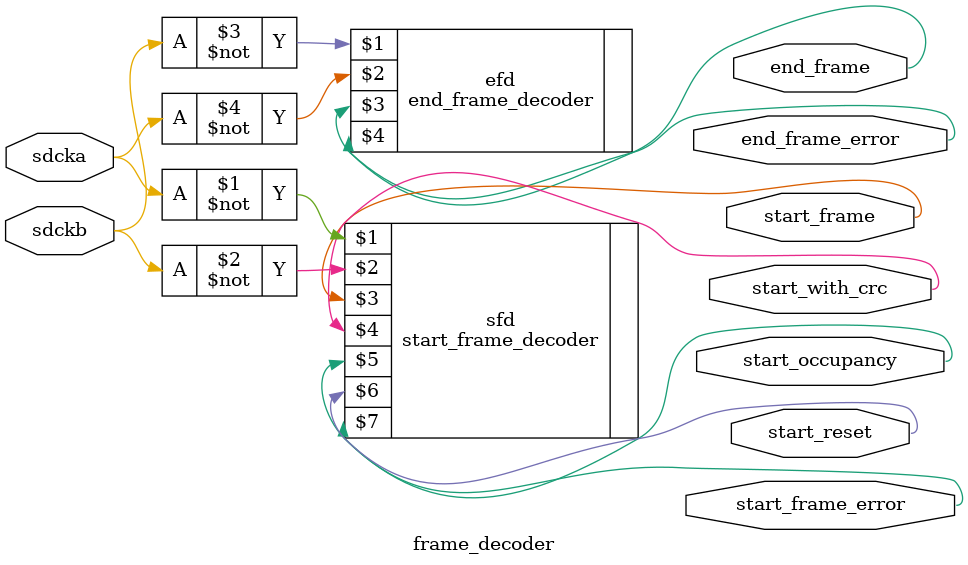
<source format=v>
module frame_decoder(sdcka, sdckb, start_frame, start_with_crc, start_occupancy, start_reset, start_frame_error, end_frame, end_frame_error);

input sdcka, sdckb;

output start_frame, start_with_crc, start_occupancy, start_reset, start_frame_error, end_frame, end_frame_error;

start_frame_decoder sfd(~sdcka, ~sdckb, start_frame, start_with_crc, start_occupancy, start_reset, start_frame_error);

end_frame_decoder efd(~sdckb, ~sdcka, end_frame, end_frame_error);

endmodule
</source>
